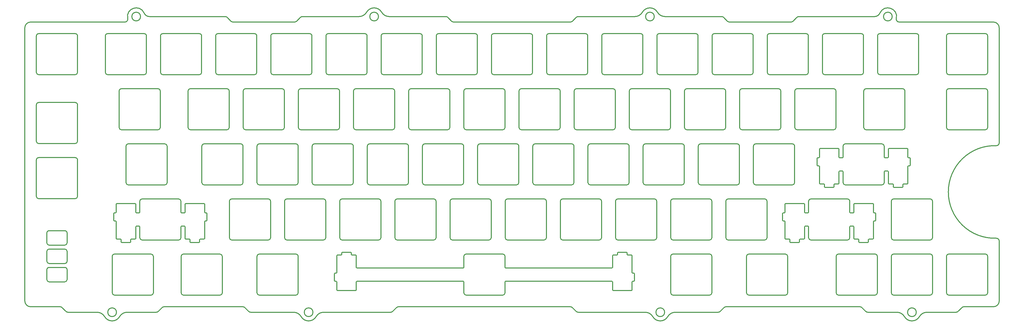
<source format=gbr>
%TF.GenerationSoftware,KiCad,Pcbnew,9.0.2*%
%TF.CreationDate,2025-09-12T12:40:56+09:00*%
%TF.ProjectId,CL70_Plate_6u,434c3730-5f50-46c6-9174-655f36752e6b,rev?*%
%TF.SameCoordinates,Original*%
%TF.FileFunction,Profile,NP*%
%FSLAX46Y46*%
G04 Gerber Fmt 4.6, Leading zero omitted, Abs format (unit mm)*
G04 Created by KiCad (PCBNEW 9.0.2) date 2025-09-12 12:40:56*
%MOMM*%
%LPD*%
G01*
G04 APERTURE LIST*
%TA.AperFunction,Profile*%
%ADD10C,0.300000*%
%TD*%
G04 APERTURE END LIST*
D10*
X230555385Y-94007115D02*
G75*
G02*
X229848286Y-94299961I-707085J707215D01*
G01*
X345400000Y-118159301D02*
X345400000Y-130749992D01*
X163624962Y-155450000D02*
G75*
G02*
X164425048Y-156259302I-62J-800200D01*
G01*
X206487500Y-131550000D02*
X193887462Y-131550000D01*
X246162500Y-174630392D02*
X246162500Y-174049192D01*
X193898145Y-174500000D02*
X206487462Y-174500000D01*
X329860762Y-192700000D02*
G75*
G02*
X330564765Y-192989765I38J-1000000D01*
G01*
X202612500Y-99099992D02*
G75*
G02*
X203423145Y-98299968I800200J-108D01*
G01*
X344599962Y-117350000D02*
G75*
G02*
X345400048Y-118159302I-62J-800200D01*
G01*
X273162462Y-98300000D02*
G75*
G02*
X273962548Y-99109302I-62J-800200D01*
G01*
X316086753Y-137970500D02*
X322430862Y-137970500D01*
X363767885Y-194307115D02*
G75*
G02*
X363060786Y-194599961I-707085J707215D01*
G01*
X278812500Y-111700000D02*
X278812500Y-99099992D01*
X103543500Y-157225197D02*
X103543500Y-160050700D01*
X164512500Y-99099992D02*
G75*
G02*
X165323145Y-98299968I800200J-108D01*
G01*
X341205262Y-150269500D02*
X339881462Y-150269500D01*
X59650000Y-122921801D02*
X59650000Y-135512492D01*
X103399962Y-150600000D02*
G75*
G02*
X102600000Y-149800000I38J800000D01*
G01*
X148988462Y-183899230D02*
X148562362Y-183899230D01*
X72793862Y-163049500D02*
X72368462Y-163049500D01*
X346431000Y-150069492D02*
G75*
G02*
X346231000Y-150269500I-200100J92D01*
G01*
X251188500Y-186929392D02*
G75*
G02*
X250988462Y-187129400I-200000J-8D01*
G01*
X226337500Y-118159301D02*
X226337500Y-130749992D01*
X332599550Y-170519800D02*
X329699162Y-170519800D01*
X207287500Y-130749992D02*
G75*
G02*
X206487500Y-131550000I-800100J92D01*
G01*
X335962500Y-111700000D02*
X335962500Y-99099992D01*
X236760645Y-136400000D02*
X249349962Y-136400000D01*
X111358589Y-92696089D02*
X112674625Y-94012126D01*
X303975150Y-160050692D02*
G75*
G02*
X303775150Y-160250750I-200050J-8D01*
G01*
X377974979Y-170015292D02*
X377975000Y-170015292D01*
X192199962Y-136400000D02*
G75*
G02*
X193000048Y-137209302I-62J-800200D01*
G01*
X111237462Y-117350000D02*
G75*
G02*
X112037548Y-118159302I-62J-800200D01*
G01*
X321675000Y-187900000D02*
X321675000Y-175299992D01*
X85843750Y-187899992D02*
G75*
G02*
X85043750Y-188700050I-800050J-8D01*
G01*
X302537500Y-130749992D02*
G75*
G02*
X301737500Y-131550000I-800100J92D01*
G01*
X312150000Y-160050692D02*
G75*
G02*
X311950000Y-160250700I-200100J92D01*
G01*
X49050000Y-179899992D02*
G75*
G02*
X49860645Y-179099968I800200J-108D01*
G01*
X76989423Y-93075000D02*
G75*
G02*
X82662046Y-91200000I2923077J675000D01*
G01*
X103543500Y-163249492D02*
G75*
G02*
X103738270Y-163049474I200200J-108D01*
G01*
X78018200Y-169519492D02*
G75*
G02*
X78212970Y-169319474I200200J-108D01*
G01*
X89806250Y-150600000D02*
X77206262Y-150600000D01*
X159489423Y-90900000D02*
G75*
G02*
X164685577Y-90900000I2598077J-1500000D01*
G01*
X340725000Y-156249992D02*
G75*
G02*
X341535645Y-155449968I800200J-108D01*
G01*
X251188500Y-175035097D02*
X251188500Y-180903021D01*
X334929862Y-92399991D02*
X334929862Y-92400000D01*
X235862500Y-111699992D02*
G75*
G02*
X235062500Y-112500000I-800100J92D01*
G01*
X192887462Y-183899230D02*
G75*
G02*
X193087470Y-184099292I38J-199970D01*
G01*
X167798286Y-194600000D02*
X144661777Y-194600000D01*
X331200000Y-118149992D02*
G75*
G02*
X332010645Y-117349968I800200J-108D01*
G01*
X246162500Y-174049192D02*
G75*
G02*
X246364461Y-173849210I200000J-8D01*
G01*
X207375000Y-156250092D02*
G75*
G02*
X208185645Y-155449968I800200J-8D01*
G01*
X197850000Y-137200092D02*
G75*
G02*
X198660645Y-136399968I800200J-8D01*
G01*
X96593962Y-164850600D02*
X95565934Y-164850600D01*
X350423076Y-196100000D02*
G75*
G02*
X345226924Y-196100000I-2598076J1500000D01*
G01*
X192200000Y-150600000D02*
X179599962Y-150600000D01*
X231998145Y-117350000D02*
X244587462Y-117350000D01*
X112037500Y-130749992D02*
G75*
G02*
X111237500Y-131550000I-800100J92D01*
G01*
X338456262Y-141200700D02*
X339481500Y-141200700D01*
X136737462Y-131550000D02*
G75*
G02*
X135937500Y-130750000I38J800000D01*
G01*
X343409962Y-94300000D02*
G75*
G02*
X342435638Y-93075014I38J1000000D01*
G01*
X112924962Y-169650000D02*
G75*
G02*
X112125000Y-168850000I38J800000D01*
G01*
X45450000Y-111700000D02*
X45450000Y-99099992D01*
X264525000Y-175299992D02*
G75*
G02*
X265335645Y-174499968I800200J-108D01*
G01*
X239824962Y-155450000D02*
G75*
G02*
X240625048Y-156259302I-62J-800200D01*
G01*
X262533662Y-92400000D02*
X282098262Y-92400000D01*
X289137462Y-131550000D02*
G75*
G02*
X288337500Y-130750000I38J800000D01*
G01*
X226425000Y-156249992D02*
G75*
G02*
X227235645Y-155449968I800200J-108D01*
G01*
X249662462Y-174830400D02*
X250988462Y-174830400D01*
X334524750Y-169119492D02*
G75*
G02*
X334324750Y-169319550I-200050J-8D01*
G01*
X246274962Y-169650000D02*
G75*
G02*
X245475000Y-168850000I38J800000D01*
G01*
X81412500Y-92400000D02*
G75*
G02*
X78412500Y-92400000I-1500000J0D01*
G01*
X78412500Y-92400000D02*
G75*
G02*
X81412500Y-92400000I1500000J0D01*
G01*
X312062500Y-99109301D02*
X312062500Y-111699992D01*
X329299162Y-169319500D02*
G75*
G02*
X329499200Y-169519492I38J-200000D01*
G01*
X258874962Y-155450000D02*
G75*
G02*
X259675048Y-156259302I-62J-800200D01*
G01*
X320905700Y-150469592D02*
X320905700Y-151269792D01*
X211249962Y-136400000D02*
G75*
G02*
X212050048Y-137209302I-62J-800200D01*
G01*
X183475000Y-168849992D02*
G75*
G02*
X182675000Y-169650000I-800100J92D01*
G01*
X163587500Y-92400000D02*
G75*
G02*
X160587500Y-92400000I-1500000J0D01*
G01*
X160587500Y-92400000D02*
G75*
G02*
X163587500Y-92400000I1500000J0D01*
G01*
X235950000Y-137199992D02*
G75*
G02*
X236760645Y-136399968I800200J-108D01*
G01*
X347256500Y-143799492D02*
G75*
G02*
X347056500Y-143999500I-200100J92D01*
G01*
X303775162Y-163049500D02*
G75*
G02*
X303975200Y-163249492I38J-200000D01*
G01*
X249462500Y-174049292D02*
X249462500Y-174630400D01*
X354125000Y-169650000D02*
X341524962Y-169650000D01*
X216812500Y-99109301D02*
X216812500Y-111699992D01*
X212137500Y-118150092D02*
G75*
G02*
X212948145Y-117349968I800200J-8D01*
G01*
X120762362Y-98300000D02*
G75*
G02*
X121562548Y-99109302I38J-800200D01*
G01*
X229848262Y-192700000D02*
X170519592Y-192700000D01*
X154987500Y-130750000D02*
X154987500Y-118149992D01*
X308783732Y-92400000D02*
X334929862Y-92400000D01*
X324056250Y-149799992D02*
X324056250Y-146000592D01*
X43450012Y-94300000D02*
X76015062Y-94300000D01*
X69262500Y-99099992D02*
G75*
G02*
X70073145Y-98299968I800200J-108D01*
G01*
X108173145Y-98300000D02*
X120762362Y-98300000D01*
X203423145Y-98300000D02*
X216012462Y-98300000D01*
X251188500Y-184099192D02*
X251188500Y-186929392D01*
X346231000Y-150269500D02*
X344900571Y-150269500D01*
X327975262Y-169319500D02*
G75*
G02*
X327775300Y-169119492I38J200000D01*
G01*
X303149680Y-160450692D02*
G75*
G02*
X303349680Y-160250680I200020J-8D01*
G01*
X108856262Y-174500000D02*
G75*
G02*
X109656300Y-175299992I38J-800000D01*
G01*
X131175000Y-168850000D02*
X131175000Y-156249992D01*
X151024962Y-169650000D02*
G75*
G02*
X150225000Y-168850000I38J800000D01*
G01*
X151035645Y-155450000D02*
X163624962Y-155450000D01*
X167283662Y-92400000D02*
G75*
G02*
X164685612Y-90899979I38J3000000D01*
G01*
X377975000Y-190699992D02*
G75*
G02*
X375975000Y-192700000I-2000100J92D01*
G01*
X308799450Y-170519800D02*
X305900462Y-170519800D01*
X149188424Y-184099292D02*
X149188500Y-184099292D01*
X327575262Y-164850600D02*
X326544771Y-164850600D01*
X277925000Y-169650000D02*
X265324962Y-169650000D01*
X203412462Y-112500000D02*
G75*
G02*
X202612500Y-111700000I38J800000D01*
G01*
X227235645Y-155450000D02*
X239824962Y-155450000D01*
X196962500Y-112500000D02*
X184362462Y-112500000D01*
X46249962Y-112500000D02*
G75*
G02*
X45450000Y-111700000I38J800000D01*
G01*
X283575000Y-156249992D02*
G75*
G02*
X284385645Y-155449968I800200J-108D01*
G01*
X56050000Y-167221801D02*
X56050000Y-170612492D01*
X339881462Y-150269500D02*
G75*
G02*
X339681500Y-150069500I38J200000D01*
G01*
X311262362Y-98300000D02*
G75*
G02*
X312062548Y-99109302I38J-800200D01*
G01*
X148988462Y-183899230D02*
G75*
G02*
X149188470Y-184099292I38J-199970D01*
G01*
X341405400Y-151269800D02*
X341405400Y-150464987D01*
X288250000Y-137209301D02*
X288250000Y-149799992D01*
X345400000Y-130749992D02*
G75*
G02*
X344600000Y-131550000I-800100J92D01*
G01*
X249262362Y-173849240D02*
G75*
G02*
X249462460Y-174049292I138J-199960D01*
G01*
X317406562Y-150269500D02*
X316081362Y-150269500D01*
X174848145Y-117350000D02*
X187437462Y-117350000D01*
X77211918Y-136400000D02*
X89806262Y-136400000D01*
X96794000Y-169119500D02*
X96794000Y-165046087D01*
X330312462Y-98300000D02*
G75*
G02*
X331112548Y-99109302I-62J-800200D01*
G01*
X76406250Y-149799992D02*
X76406250Y-137199992D01*
X146262462Y-112500000D02*
G75*
G02*
X145462500Y-111700000I38J800000D01*
G01*
X118756448Y-194303324D02*
X117441507Y-192988382D01*
X116887500Y-130750000D02*
X116887500Y-118149992D01*
X274050000Y-149800000D02*
X274050000Y-137199992D01*
X135049962Y-136400000D02*
G75*
G02*
X135850048Y-137209302I-62J-800200D01*
G01*
X78018200Y-170319792D02*
G75*
G02*
X77818200Y-170519800I-200100J92D01*
G01*
X122449962Y-188700000D02*
G75*
G02*
X121650000Y-187900000I38J800000D01*
G01*
X116738862Y-192700000D02*
G75*
G02*
X117441490Y-192988400I-162J-1000500D01*
G01*
X134269462Y-194600000D02*
G75*
G02*
X136867494Y-196100031I-62J-3000000D01*
G01*
X98637462Y-131550000D02*
G75*
G02*
X97837500Y-130750000I38J800000D01*
G01*
X182674962Y-155450000D02*
G75*
G02*
X183475048Y-156259302I-62J-800200D01*
G01*
X315881400Y-150069500D02*
X315881400Y-144194987D01*
X251188500Y-184099192D02*
G75*
G02*
X251388462Y-183899200I200000J-8D01*
G01*
X373975000Y-130749992D02*
G75*
G02*
X373175000Y-131550000I-800100J92D01*
G01*
X58850000Y-136312500D02*
X46249962Y-136312500D01*
X89112462Y-112500000D02*
G75*
G02*
X88312500Y-111700000I38J800000D01*
G01*
X46260645Y-141162500D02*
X58849962Y-141162500D01*
X306755385Y-94007115D02*
X308069684Y-92692815D01*
X335150262Y-160250700D02*
G75*
G02*
X335350300Y-160450692I38J-200000D01*
G01*
X373175000Y-112500000D02*
X360574962Y-112500000D01*
X49050000Y-176956292D02*
X49050000Y-173556392D01*
X74835645Y-117350000D02*
X87424962Y-117350000D01*
X159489423Y-90900000D02*
G75*
G02*
X156891347Y-92399991I-2598123J1500100D01*
G01*
X102512500Y-111699992D02*
G75*
G02*
X101712500Y-112500000I-800100J92D01*
G01*
X305700440Y-170319792D02*
X305700440Y-169517212D01*
X55250000Y-171412500D02*
X49849962Y-171412500D01*
X85043762Y-174500000D02*
G75*
G02*
X85843800Y-175299992I38J-800000D01*
G01*
X131974962Y-169650000D02*
G75*
G02*
X131175000Y-168850000I38J800000D01*
G01*
X341524962Y-169650000D02*
G75*
G02*
X340725000Y-168850000I38J800000D01*
G01*
X45450000Y-141962492D02*
G75*
G02*
X46260645Y-141162468I800200J-108D01*
G01*
X265324962Y-188700000D02*
G75*
G02*
X264525000Y-187900000I38J800000D01*
G01*
X268399962Y-136400000D02*
G75*
G02*
X269200048Y-137209302I-62J-800200D01*
G01*
X338256250Y-149799992D02*
G75*
G02*
X337456250Y-150600050I-800050J-8D01*
G01*
X43449962Y-192700000D02*
G75*
G02*
X41450000Y-190700000I38J2000000D01*
G01*
X158862462Y-98300000D02*
G75*
G02*
X159662548Y-99109302I-62J-800200D01*
G01*
X259762500Y-111700000D02*
X259762500Y-99099992D01*
X254912500Y-99109301D02*
X254912500Y-111699992D01*
X297862500Y-111700000D02*
X297862500Y-99099992D01*
X339481362Y-145800600D02*
G75*
G02*
X339681544Y-145996086I38J-200200D01*
G01*
X287449962Y-136400000D02*
G75*
G02*
X288250048Y-137209302I-62J-800200D01*
G01*
X316912500Y-99099992D02*
G75*
G02*
X317723145Y-98299968I800200J-108D01*
G01*
X154900000Y-137209301D02*
X154900000Y-149799992D01*
X72993900Y-160050692D02*
X72993900Y-157220592D01*
X140700000Y-149800000D02*
X140700000Y-137199992D01*
X193887462Y-188700000D02*
G75*
G02*
X193087500Y-187900000I38J800000D01*
G01*
X145375000Y-168849992D02*
G75*
G02*
X144575000Y-169650000I-800100J92D01*
G01*
X249462414Y-174049292D02*
X249462500Y-174049292D01*
X320905700Y-150469592D02*
G75*
G02*
X321100470Y-150269474I200200J-8D01*
G01*
X335350250Y-160450692D02*
X335350250Y-162849492D01*
X332010645Y-117350000D02*
X344599962Y-117350000D01*
X255810645Y-136400000D02*
X268399962Y-136400000D01*
X283487500Y-118159301D02*
X283487500Y-130749992D01*
X149188500Y-180900492D02*
G75*
G02*
X148988500Y-181100500I-200000J-8D01*
G01*
X85043750Y-188700000D02*
X72443762Y-188700000D01*
X174037500Y-130750000D02*
X174037500Y-118149992D01*
X278725000Y-187899992D02*
G75*
G02*
X277925000Y-188700000I-800100J92D01*
G01*
X287450000Y-150600000D02*
X274849962Y-150600000D01*
X277924962Y-174500000D02*
G75*
G02*
X278725048Y-175309302I-62J-800200D01*
G01*
X339886853Y-137970500D02*
X346230962Y-137970500D01*
X86835786Y-194600000D02*
X76787677Y-194600000D01*
X88225000Y-118159301D02*
X88225000Y-130749992D01*
X264437500Y-118159301D02*
X264437500Y-130749992D01*
X130287500Y-131550000D02*
X117687462Y-131550000D01*
X235062500Y-112500000D02*
X222462462Y-112500000D01*
X376941176Y-169015845D02*
G75*
G02*
X376941176Y-137034155I-541176J15990845D01*
G01*
X184362462Y-112500000D02*
G75*
G02*
X183562500Y-111700000I38J800000D01*
G01*
X79543500Y-169319500D02*
X78212971Y-169319500D01*
X55250000Y-184100000D02*
X49849962Y-184100000D01*
X322631000Y-138175197D02*
X322631000Y-141000700D01*
X334524750Y-157220492D02*
X334524750Y-160050692D01*
X346431000Y-144199592D02*
X346431000Y-150069492D01*
X103743462Y-160250700D02*
X104168862Y-160250700D01*
X96256262Y-188700000D02*
G75*
G02*
X95456300Y-187899992I38J800000D01*
G01*
X58849962Y-122112500D02*
G75*
G02*
X59650048Y-122921802I-62J-800200D01*
G01*
X254112462Y-98300000D02*
G75*
G02*
X254912548Y-99109302I-62J-800200D01*
G01*
X95456250Y-187899992D02*
X95456250Y-175299992D01*
X341012500Y-92400000D02*
G75*
G02*
X338012500Y-92400000I-1500000J0D01*
G01*
X338012500Y-92400000D02*
G75*
G02*
X341012500Y-92400000I1500000J0D01*
G01*
X311949962Y-164850600D02*
G75*
G02*
X312150045Y-165046086I-62J-200200D01*
G01*
X177912362Y-98300000D02*
G75*
G02*
X178712548Y-99109302I38J-800200D01*
G01*
X121650000Y-175299992D02*
G75*
G02*
X122460645Y-174499968I800200J-108D01*
G01*
X208174962Y-169650000D02*
G75*
G02*
X207375000Y-168850000I38J800000D01*
G01*
X84495062Y-92400000D02*
X110648262Y-92400000D01*
X135850000Y-149799992D02*
G75*
G02*
X135050000Y-150600000I-800100J92D01*
G01*
X72993900Y-169119500D02*
X72993900Y-163244987D01*
X373975000Y-111699992D02*
G75*
G02*
X373175000Y-112500000I-800100J92D01*
G01*
X305900462Y-170519800D02*
G75*
G02*
X305700500Y-170319792I38J200000D01*
G01*
X193087500Y-118149992D02*
G75*
G02*
X193898145Y-117349968I800200J-108D01*
G01*
X323856262Y-145800600D02*
G75*
G02*
X324056300Y-146000592I38J-200000D01*
G01*
X103343362Y-157020500D02*
G75*
G02*
X103543549Y-157225198I38J-200200D01*
G01*
X101818300Y-169519492D02*
G75*
G02*
X102013070Y-169319474I200200J-108D01*
G01*
X273962500Y-111699992D02*
G75*
G02*
X273162500Y-112500000I-800100J92D01*
G01*
X46249962Y-155362500D02*
G75*
G02*
X45450000Y-154562500I38J800000D01*
G01*
X121562500Y-99109301D02*
X121562500Y-111699992D01*
X72993900Y-157220592D02*
G75*
G02*
X73199254Y-157020466I200200J-8D01*
G01*
X136748145Y-117350000D02*
X149337462Y-117350000D01*
X373174862Y-98300000D02*
G75*
G02*
X373975048Y-99109302I38J-800200D01*
G01*
X255000000Y-137199992D02*
G75*
G02*
X255810645Y-136399968I800200J-108D01*
G01*
X196962362Y-98300000D02*
G75*
G02*
X197762548Y-99109302I38J-800200D01*
G01*
X127223145Y-98300000D02*
X139812462Y-98300000D01*
X322430862Y-137970500D02*
G75*
G02*
X322631049Y-138175198I38J-200200D01*
G01*
X325549862Y-155450000D02*
G75*
G02*
X326350048Y-156259302I38J-800200D01*
G01*
X298673145Y-98300000D02*
X311262362Y-98300000D01*
X343409962Y-94300000D02*
X375974862Y-94300000D01*
X216900000Y-149800000D02*
X216900000Y-137199992D01*
X284385645Y-155450000D02*
X296974962Y-155450000D01*
X112037500Y-118159301D02*
X112037500Y-130749992D01*
X326350000Y-165050592D02*
G75*
G02*
X326544770Y-164850574I200200J-108D01*
G01*
X324056250Y-137199992D02*
G75*
G02*
X324861918Y-136399970I800050J-8D01*
G01*
X169275000Y-156249992D02*
G75*
G02*
X170085645Y-155449968I800200J-108D01*
G01*
X197762500Y-99109301D02*
X197762500Y-111699992D01*
X303975150Y-169119492D02*
X303975150Y-163249492D01*
X87424962Y-117350000D02*
G75*
G02*
X88225048Y-118159302I-62J-800200D01*
G01*
X217699962Y-150600000D02*
G75*
G02*
X216900000Y-149800000I38J800000D01*
G01*
X160560645Y-136400000D02*
X173149962Y-136400000D01*
X336762462Y-112500000D02*
G75*
G02*
X335962500Y-111700000I38J800000D01*
G01*
X231100000Y-137209301D02*
X231100000Y-149799992D01*
X251388462Y-181100470D02*
X251813462Y-181100470D01*
X122460645Y-136400000D02*
X135049962Y-136400000D01*
X95568762Y-160250700D02*
X96594000Y-160250700D01*
X354925000Y-168849992D02*
G75*
G02*
X354125000Y-169650000I-800100J92D01*
G01*
X274050000Y-137199992D02*
G75*
G02*
X274860645Y-136399968I800200J-108D01*
G01*
X235062362Y-98300000D02*
G75*
G02*
X235862548Y-99109302I38J-800200D01*
G01*
X240712500Y-99099992D02*
G75*
G02*
X241523145Y-98299968I800200J-108D01*
G01*
X74198076Y-196100000D02*
G75*
G02*
X69001924Y-196100000I-2598076J1500000D01*
G01*
X245387500Y-130749992D02*
G75*
G02*
X244587500Y-131550000I-800100J92D01*
G01*
X231187500Y-130750000D02*
X231187500Y-118149992D01*
X246162500Y-174630392D02*
G75*
G02*
X245962500Y-174830400I-200100J92D01*
G01*
X278725000Y-156259301D02*
X278725000Y-168849992D01*
X310924762Y-160250700D02*
G75*
G02*
X310724800Y-160050692I38J200000D01*
G01*
X159662500Y-111699992D02*
G75*
G02*
X158862500Y-112500000I-800100J92D01*
G01*
X59650000Y-141971801D02*
X59650000Y-154562492D01*
X58850000Y-155362500D02*
X46249962Y-155362500D01*
X312960645Y-155450000D02*
X325549862Y-155450000D01*
X135850000Y-187899992D02*
G75*
G02*
X135050000Y-188700000I-800100J92D01*
G01*
X56050000Y-176956392D02*
G75*
G02*
X55238892Y-177756223I-800000J92D01*
G01*
X81974418Y-155450000D02*
X94568762Y-155450000D01*
X56050000Y-173556292D02*
X56050000Y-176956392D01*
X46260645Y-122112500D02*
X58849962Y-122112500D01*
X88225000Y-130749992D02*
G75*
G02*
X87425000Y-131550000I-800100J92D01*
G01*
X269200000Y-137209301D02*
X269200000Y-149799992D01*
X193887462Y-131550000D02*
G75*
G02*
X193087500Y-130750000I38J800000D01*
G01*
X149337462Y-117350000D02*
G75*
G02*
X150137548Y-118159302I-62J-800200D01*
G01*
X72368430Y-160250700D02*
X72793900Y-160250700D01*
X274849962Y-150600000D02*
G75*
G02*
X274050000Y-149800000I38J800000D01*
G01*
X73193862Y-169319500D02*
G75*
G02*
X72993900Y-169119500I38J200000D01*
G01*
X154212414Y-174049292D02*
X154212500Y-174049292D01*
X220775000Y-169650000D02*
X208174962Y-169650000D01*
X95368750Y-165050592D02*
X95368750Y-168849992D01*
X373975000Y-175309301D02*
X373975000Y-187899992D01*
X311949962Y-164850600D02*
X310921934Y-164850600D01*
X72168430Y-162849492D02*
X72168430Y-160450692D01*
X360574962Y-131550000D02*
G75*
G02*
X359775000Y-130750000I38J800000D01*
G01*
X373174962Y-174500000D02*
G75*
G02*
X373975048Y-175309302I-62J-800200D01*
G01*
X58850000Y-112500000D02*
X46249962Y-112500000D01*
X84495062Y-92400000D02*
G75*
G02*
X82662066Y-91199991I38J2000000D01*
G01*
X188237500Y-118159301D02*
X188237500Y-130749992D01*
X125525000Y-169650000D02*
X112924962Y-169650000D01*
X315055930Y-143799492D02*
X315055930Y-141400692D01*
X141510645Y-136400000D02*
X154099862Y-136400000D01*
X226425000Y-168850000D02*
X226425000Y-156249992D01*
X338256250Y-146000592D02*
G75*
G02*
X338453434Y-145800571I200050J-8D01*
G01*
X317723145Y-98300000D02*
X330312462Y-98300000D01*
X360585645Y-174500000D02*
X373174962Y-174500000D01*
X327775250Y-157220492D02*
G75*
G02*
X327978090Y-157020469I200050J-8D01*
G01*
X207287500Y-175309301D02*
X207287500Y-179100941D01*
X278725000Y-175309301D02*
X278725000Y-187899992D01*
X308069684Y-92692815D02*
G75*
G02*
X308783732Y-92400017I706916J-706885D01*
G01*
X74519062Y-169319500D02*
X73193862Y-169319500D01*
X193000000Y-137209301D02*
X193000000Y-149799992D01*
X297775000Y-168849992D02*
G75*
G02*
X296975000Y-169650000I-800100J92D01*
G01*
X303775162Y-163049500D02*
X303349662Y-163049500D01*
X72443762Y-188700000D02*
G75*
G02*
X71643800Y-187899992I38J800000D01*
G01*
X244438500Y-179099392D02*
X244438500Y-175030392D01*
X244438500Y-175030392D02*
G75*
G02*
X244643854Y-174830366I200200J-108D01*
G01*
X207287500Y-187899992D02*
G75*
G02*
X206487500Y-188700000I-800100J92D01*
G01*
X322431000Y-150269500D02*
X321100471Y-150269500D01*
X164425000Y-156259301D02*
X164425000Y-168849992D01*
X293100000Y-137199992D02*
G75*
G02*
X293910645Y-136399968I800200J-108D01*
G01*
X315055930Y-141400692D02*
G75*
G02*
X315255930Y-141200630I200070J-8D01*
G01*
X79743500Y-165050592D02*
X79743500Y-169119492D01*
X212937462Y-131550000D02*
G75*
G02*
X212137500Y-130750000I38J800000D01*
G01*
X174037500Y-118149992D02*
G75*
G02*
X174848145Y-117349968I800200J-108D01*
G01*
X282928972Y-192992902D02*
X281614773Y-194307102D01*
X350162500Y-99109301D02*
X350162500Y-111699992D01*
X173950000Y-137209301D02*
X173950000Y-149799992D01*
X80968762Y-164850600D02*
G75*
G02*
X81168800Y-165050592I38J-200000D01*
G01*
X282928972Y-192992902D02*
G75*
G02*
X283629091Y-192700016I707128J-707098D01*
G01*
X244238462Y-183899230D02*
G75*
G02*
X244438470Y-184099292I38J-199970D01*
G01*
X97837500Y-118149992D02*
G75*
G02*
X98648145Y-117349968I800200J-108D01*
G01*
X135850000Y-175309301D02*
X135850000Y-187899992D01*
X102512500Y-99109301D02*
X102512500Y-111699992D01*
X263637500Y-131550000D02*
X251037462Y-131550000D01*
X95568762Y-160250700D02*
G75*
G02*
X95368800Y-160050692I38J200000D01*
G01*
X188237500Y-130749992D02*
G75*
G02*
X187437500Y-131550000I-800100J92D01*
G01*
X96993962Y-169319500D02*
G75*
G02*
X96794000Y-169119500I38J200000D01*
G01*
X344705800Y-150469592D02*
X344705800Y-151269792D01*
X150137500Y-130749992D02*
G75*
G02*
X149337500Y-131550000I-800100J92D01*
G01*
X260573145Y-98300000D02*
X273162462Y-98300000D01*
X192887462Y-183899230D02*
X156138462Y-183899230D01*
X85843750Y-175299992D02*
X85843750Y-187899992D01*
X96261918Y-174500000D02*
X108856262Y-174500000D01*
X201724962Y-155450000D02*
G75*
G02*
X202525048Y-156259302I-62J-800200D01*
G01*
X304918750Y-187899992D02*
G75*
G02*
X304118750Y-188700050I-800050J-8D01*
G01*
X177912500Y-112500000D02*
X165312462Y-112500000D01*
X104169000Y-163049500D02*
X103738271Y-163049500D01*
X327775250Y-160050692D02*
X327775250Y-157220492D01*
X58849962Y-141162500D02*
G75*
G02*
X59650048Y-141971802I-62J-800200D01*
G01*
X263637462Y-117350000D02*
G75*
G02*
X264437548Y-118159302I-62J-800200D01*
G01*
X244438500Y-186923980D02*
X244438500Y-184099292D01*
X76015062Y-94299992D02*
X76015062Y-94300000D01*
X154987500Y-118149992D02*
G75*
G02*
X155798145Y-117349968I800200J-108D01*
G01*
X154100000Y-150600000D02*
X141499962Y-150600000D01*
X277925000Y-188700000D02*
X265324962Y-188700000D01*
X293899962Y-150600000D02*
G75*
G02*
X293100000Y-149800000I38J800000D01*
G01*
X101712500Y-112500000D02*
X89112462Y-112500000D01*
X207287500Y-184099192D02*
X207287500Y-187899992D01*
X126412500Y-111700000D02*
X126412500Y-99099992D01*
X89806262Y-136400000D02*
G75*
G02*
X90606300Y-137199992I38J-800000D01*
G01*
X241523145Y-98300000D02*
X254112462Y-98300000D01*
X221575000Y-156259301D02*
X221575000Y-168849992D01*
X347056462Y-141200700D02*
G75*
G02*
X347256549Y-141405398I-62J-200200D01*
G01*
X373975000Y-187899992D02*
G75*
G02*
X373175000Y-188700000I-800100J92D01*
G01*
X326350000Y-156259301D02*
X326350000Y-160050700D01*
X344505800Y-151469800D02*
X341605362Y-151469800D01*
X322631000Y-146000692D02*
X322631000Y-150069492D01*
X315255930Y-141200700D02*
X315681400Y-141200700D01*
X303975150Y-157220492D02*
G75*
G02*
X304177990Y-157020469I200050J-8D01*
G01*
X231187500Y-118149992D02*
G75*
G02*
X231998145Y-117349968I800200J-108D01*
G01*
X46249962Y-136312500D02*
G75*
G02*
X45450000Y-135512500I38J800000D01*
G01*
X251388462Y-181100470D02*
G75*
G02*
X251188546Y-180903020I38J199970D01*
G01*
X154412462Y-174830400D02*
G75*
G02*
X154212500Y-174630400I38J200000D01*
G01*
X155938500Y-175035097D02*
X155938500Y-179100941D01*
X312150000Y-168850000D02*
X312150000Y-165046087D01*
X315681262Y-143999500D02*
G75*
G02*
X315881444Y-144194986I38J-200200D01*
G01*
X221662500Y-99099992D02*
G75*
G02*
X222473145Y-98299968I800200J-108D01*
G01*
X349325000Y-194600000D02*
G75*
G02*
X346325000Y-194600000I-1500000J0D01*
G01*
X346325000Y-194600000D02*
G75*
G02*
X349325000Y-194600000I1500000J0D01*
G01*
X301737500Y-131550000D02*
X289137462Y-131550000D01*
X281614773Y-194307102D02*
G75*
G02*
X280907662Y-194599973I-707073J707102D01*
G01*
X72168430Y-160450692D02*
G75*
G02*
X72368430Y-160250630I200070J-8D01*
G01*
X81168750Y-156249992D02*
G75*
G02*
X81974418Y-155449970I800050J-8D01*
G01*
X323856262Y-145800600D02*
X322825771Y-145800600D01*
X111237500Y-131550000D02*
X98637462Y-131550000D01*
X259675000Y-156259301D02*
X259675000Y-168849992D01*
X249350000Y-150600000D02*
X236749962Y-150600000D01*
X344705800Y-151269792D02*
G75*
G02*
X344505800Y-151469800I-200100J92D01*
G01*
X341524962Y-188700000D02*
G75*
G02*
X340725000Y-187900000I38J800000D01*
G01*
X322830962Y-141200700D02*
G75*
G02*
X322631000Y-141000700I38J200000D01*
G01*
X69262500Y-111700000D02*
X69262500Y-99099992D01*
X174837462Y-131550000D02*
G75*
G02*
X174037500Y-130750000I38J800000D01*
G01*
X329499150Y-170319792D02*
X329499150Y-169519492D01*
X95368750Y-168849992D02*
G75*
G02*
X94568750Y-169650050I-800050J-8D01*
G01*
X269287500Y-118150092D02*
G75*
G02*
X270098145Y-117349968I800200J-8D01*
G01*
X329299162Y-169319500D02*
X327975262Y-169319500D01*
X283487500Y-130749992D02*
G75*
G02*
X282687500Y-131550000I-800100J92D01*
G01*
X229848262Y-192700000D02*
G75*
G02*
X230552265Y-192989765I38J-1000000D01*
G01*
X354124962Y-155450000D02*
G75*
G02*
X354925048Y-156259302I-62J-800200D01*
G01*
X303349662Y-163049500D02*
G75*
G02*
X303149725Y-162846331I38J200000D01*
G01*
X327775250Y-169119492D02*
X327775250Y-165050592D01*
X339681500Y-138170492D02*
G75*
G02*
X339886854Y-137970466I200200J-108D01*
G01*
X117687462Y-131550000D02*
G75*
G02*
X116887500Y-130750000I38J800000D01*
G01*
X329860762Y-192700000D02*
X283629091Y-192700000D01*
X244438424Y-184099292D02*
X244438500Y-184099292D01*
X244587500Y-131550000D02*
X231987462Y-131550000D01*
X288337500Y-118149992D02*
G75*
G02*
X289148145Y-117349968I800200J-108D01*
G01*
X81168750Y-160050692D02*
G75*
G02*
X80968750Y-160250750I-200050J-8D01*
G01*
X317606690Y-151269800D02*
X317606690Y-150464572D01*
X346630962Y-141200700D02*
G75*
G02*
X346431000Y-141000700I38J200000D01*
G01*
X245387500Y-118159301D02*
X245387500Y-130749992D01*
X303349680Y-160250700D02*
X303775150Y-160250700D01*
X59650000Y-135512492D02*
G75*
G02*
X58850000Y-136312500I-800100J92D01*
G01*
X338256250Y-137199992D02*
X338256250Y-141000692D01*
X255713262Y-194600000D02*
G75*
G02*
X258311282Y-196100009I-62J-3000000D01*
G01*
X322485645Y-174500000D02*
X335074962Y-174500000D01*
X107362500Y-111700000D02*
X107362500Y-99099992D01*
X148362500Y-183693780D02*
X148362500Y-181300492D01*
X151114461Y-173849240D02*
X154012362Y-173849240D01*
X49849962Y-171412500D02*
G75*
G02*
X49050000Y-170612500I38J800000D01*
G01*
X79543362Y-157020500D02*
G75*
G02*
X79743549Y-157225198I38J-200200D01*
G01*
X335075000Y-188700000D02*
X322474962Y-188700000D01*
X316081362Y-150269500D02*
G75*
G02*
X315881400Y-150069500I38J200000D01*
G01*
X126412500Y-99099992D02*
G75*
G02*
X127223145Y-98299968I800200J-108D01*
G01*
X155798145Y-117350000D02*
X168387462Y-117350000D01*
X282808589Y-92696089D02*
X284124625Y-94012126D01*
X308999450Y-169519492D02*
X308999450Y-170319792D01*
X241512462Y-112500000D02*
G75*
G02*
X240712500Y-111700000I38J800000D01*
G01*
X324856262Y-150600000D02*
G75*
G02*
X324056300Y-149799992I38J800000D01*
G01*
X142063701Y-196100000D02*
G75*
G02*
X144661777Y-194599980I2598099J-1500000D01*
G01*
X207375000Y-168850000D02*
X207375000Y-156250092D01*
X108162462Y-112500000D02*
G75*
G02*
X107362500Y-111700000I38J800000D01*
G01*
X290718750Y-187899992D02*
X290718750Y-175299992D01*
X55238892Y-177756250D02*
X49849962Y-177756250D01*
X76989423Y-93075000D02*
G75*
G02*
X76015062Y-94299965I-974323J-225000D01*
G01*
X169819684Y-192992815D02*
G75*
G02*
X170519592Y-192700016I706916J-706885D01*
G01*
X308198145Y-117350000D02*
X320787462Y-117350000D01*
X77206262Y-150600000D02*
G75*
G02*
X76406300Y-149799992I38J800000D01*
G01*
X82662462Y-98300000D02*
G75*
G02*
X83462548Y-99109302I-62J-800200D01*
G01*
X140612500Y-99109301D02*
X140612500Y-111699992D01*
X149188500Y-175030392D02*
G75*
G02*
X149393854Y-174830366I200200J-108D01*
G01*
X373174962Y-117350000D02*
G75*
G02*
X373975048Y-118159302I-62J-800200D01*
G01*
X95368750Y-165050592D02*
G75*
G02*
X95565934Y-164850571I200050J-8D01*
G01*
X98717862Y-170519800D02*
G75*
G02*
X98517900Y-170319800I38J200000D01*
G01*
X359775000Y-99099992D02*
G75*
G02*
X360585645Y-98299968I800200J-108D01*
G01*
X312062500Y-111699992D02*
G75*
G02*
X311262500Y-112500000I-800100J92D01*
G01*
X55249962Y-179100000D02*
G75*
G02*
X56050048Y-179909302I-62J-800200D01*
G01*
X146273145Y-98300000D02*
X158862462Y-98300000D01*
X321675000Y-175299992D02*
G75*
G02*
X322485645Y-174499968I800200J-108D01*
G01*
X265324962Y-169650000D02*
G75*
G02*
X264525000Y-168850000I38J800000D01*
G01*
X354124962Y-174500000D02*
G75*
G02*
X354925048Y-175309302I-62J-800200D01*
G01*
X103743462Y-160250700D02*
G75*
G02*
X103543500Y-160050700I38J200000D01*
G01*
X354925000Y-156259301D02*
X354925000Y-168849992D01*
X90606250Y-149799992D02*
G75*
G02*
X89806250Y-150600050I-800050J-8D01*
G01*
X346431000Y-144199592D02*
G75*
G02*
X346625770Y-143999474I200200J-8D01*
G01*
X45450000Y-135512500D02*
X45450000Y-122912492D01*
X140612500Y-111699992D02*
G75*
G02*
X139812500Y-112500000I-800100J92D01*
G01*
X55651927Y-194301928D02*
X54339765Y-192989765D01*
X320705700Y-151469800D02*
X317806662Y-151469800D01*
X103343500Y-169319500D02*
X102013071Y-169319500D01*
X332799550Y-169519492D02*
G75*
G02*
X332996734Y-169319471I200050J-8D01*
G01*
X170074962Y-169650000D02*
G75*
G02*
X169275000Y-168850000I38J800000D01*
G01*
X222462462Y-112500000D02*
G75*
G02*
X221662500Y-111700000I38J800000D01*
G01*
X212050000Y-137209301D02*
X212050000Y-149799992D01*
X45450000Y-122912492D02*
G75*
G02*
X46260645Y-122112468I800200J-108D01*
G01*
X269200000Y-149799992D02*
G75*
G02*
X268400000Y-150600000I-800100J92D01*
G01*
X149393853Y-174830400D02*
X150712500Y-174830400D01*
X135850000Y-137209301D02*
X135850000Y-149799992D01*
X207287500Y-184099192D02*
G75*
G02*
X207487462Y-183899200I200000J-8D01*
G01*
X49860645Y-166412500D02*
X55249962Y-166412500D01*
X135937500Y-118149992D02*
G75*
G02*
X136748145Y-117349968I800200J-108D01*
G01*
X135305385Y-94007115D02*
G75*
G02*
X134598286Y-94299961I-707085J707215D01*
G01*
X246285645Y-155450000D02*
X258874962Y-155450000D01*
X79743500Y-157225197D02*
X79743500Y-160050700D01*
X289148145Y-117350000D02*
X301737462Y-117350000D01*
X296975000Y-169650000D02*
X284374962Y-169650000D01*
X82662500Y-112500000D02*
X70062462Y-112500000D01*
X240625000Y-168849992D02*
G75*
G02*
X239825000Y-169650000I-800100J92D01*
G01*
X360585645Y-117350000D02*
X373174962Y-117350000D01*
X291524418Y-174500000D02*
X304118762Y-174500000D01*
X193000000Y-149799992D02*
G75*
G02*
X192200000Y-150600000I-800100J92D01*
G01*
X49050000Y-173556392D02*
G75*
G02*
X49850062Y-172756300I800000J92D01*
G01*
X359775000Y-175299992D02*
G75*
G02*
X360585645Y-174499968I800200J-108D01*
G01*
X226337500Y-130749992D02*
G75*
G02*
X225537500Y-131550000I-800100J92D01*
G01*
X324861918Y-136400000D02*
X337456262Y-136400000D01*
X264437500Y-130749992D02*
G75*
G02*
X263637500Y-131550000I-800100J92D01*
G01*
X251813462Y-181100470D02*
G75*
G02*
X252013530Y-181300492I38J-200030D01*
G01*
X341605362Y-151469800D02*
G75*
G02*
X341405400Y-151269800I38J200000D01*
G01*
X167283662Y-92400000D02*
X186848262Y-92400000D01*
X340725000Y-168850000D02*
X340725000Y-156249992D01*
X208185645Y-155450000D02*
X220774962Y-155450000D01*
X187437462Y-117350000D02*
G75*
G02*
X188237548Y-118159302I-62J-800200D01*
G01*
X71643750Y-175299992D02*
G75*
G02*
X72449418Y-174499970I800050J-8D01*
G01*
X250988462Y-187129430D02*
X244638362Y-187129430D01*
X288250000Y-149799992D02*
G75*
G02*
X287450000Y-150600000I-800100J92D01*
G01*
X94568750Y-169650000D02*
X81968762Y-169650000D01*
X96593962Y-164850600D02*
G75*
G02*
X96794045Y-165046086I-62J-200200D01*
G01*
X232576862Y-194600000D02*
G75*
G02*
X231864435Y-194301920I38J1000500D01*
G01*
X315881400Y-141000692D02*
G75*
G02*
X315681400Y-141200700I-200100J92D01*
G01*
X365082184Y-192992815D02*
G75*
G02*
X365782092Y-192700016I706916J-706885D01*
G01*
X66403862Y-194600000D02*
X56364362Y-194600000D01*
X155738462Y-187129430D02*
X149388362Y-187129430D01*
X131175000Y-156249992D02*
G75*
G02*
X131985645Y-155449968I800200J-108D01*
G01*
X336762954Y-91200000D02*
G75*
G02*
X342435577Y-93075000I2749546J-1200000D01*
G01*
X74719190Y-170319800D02*
X74719190Y-169514572D01*
X149188500Y-186923980D02*
X149188500Y-184099292D01*
X88312500Y-99099992D02*
G75*
G02*
X89123145Y-98299968I800200J-108D01*
G01*
X41450000Y-96300012D02*
G75*
G02*
X43450012Y-94300000I2000000J12D01*
G01*
X347256500Y-141405397D02*
X347256500Y-143799492D01*
X179610645Y-136400000D02*
X192199962Y-136400000D01*
X307387500Y-118149992D02*
G75*
G02*
X308198145Y-117349968I800200J-108D01*
G01*
X310724750Y-169119492D02*
G75*
G02*
X310524750Y-169319550I-200050J-8D01*
G01*
X155938500Y-184099192D02*
G75*
G02*
X156138462Y-183899200I200000J-8D01*
G01*
X216900000Y-137199992D02*
G75*
G02*
X217710645Y-136399968I800200J-108D01*
G01*
X193087500Y-179099392D02*
G75*
G02*
X192887500Y-179299400I-200000J-8D01*
G01*
X334524750Y-163249492D02*
G75*
G02*
X334721934Y-163049471I200050J-8D01*
G01*
X169275000Y-168850000D02*
X169275000Y-156249992D01*
X283575000Y-168850000D02*
X283575000Y-156249992D01*
X198649962Y-150600000D02*
G75*
G02*
X197850000Y-149800000I38J800000D01*
G01*
X346630962Y-141200700D02*
X347056462Y-141200700D01*
X98317862Y-169319500D02*
G75*
G02*
X98517945Y-169514986I-62J-200200D01*
G01*
X122460645Y-174500000D02*
X135049962Y-174500000D01*
X56050000Y-183299992D02*
G75*
G02*
X55250000Y-184100000I-800100J92D01*
G01*
X95368750Y-156249992D02*
X95368750Y-160050692D01*
X155938500Y-186929392D02*
G75*
G02*
X155738462Y-187129400I-200000J-8D01*
G01*
X155738462Y-174830400D02*
G75*
G02*
X155938549Y-175035098I-62J-200200D01*
G01*
X279623145Y-98300000D02*
X292212362Y-98300000D01*
X312949962Y-169650000D02*
G75*
G02*
X312150000Y-168850000I38J800000D01*
G01*
X193087424Y-184099292D02*
X193087500Y-184099292D01*
X350162500Y-111699992D02*
G75*
G02*
X349362500Y-112500000I-800100J92D01*
G01*
X245475000Y-156249992D02*
G75*
G02*
X246285645Y-155449968I800200J-108D01*
G01*
X316912500Y-111700000D02*
X316912500Y-99099992D01*
X154900000Y-149799992D02*
G75*
G02*
X154100000Y-150600000I-800100J92D01*
G01*
X332799550Y-169519492D02*
X332799550Y-170319792D01*
X104369000Y-160455397D02*
X104369000Y-162849492D01*
X216812500Y-111699992D02*
G75*
G02*
X216012500Y-112500000I-800100J92D01*
G01*
X206487462Y-174500000D02*
G75*
G02*
X207287548Y-175309302I-62J-800200D01*
G01*
X324056250Y-141000692D02*
G75*
G02*
X323856250Y-141200750I-200050J-8D01*
G01*
X59650000Y-99109301D02*
X59650000Y-111699992D01*
X337456250Y-150600000D02*
X324856262Y-150600000D01*
X188325000Y-168850000D02*
X188325000Y-156249992D01*
X246364461Y-173849240D02*
X249262362Y-173849240D01*
X265335645Y-155450000D02*
X277924962Y-155450000D01*
X310724750Y-157220492D02*
X310724750Y-160050692D01*
X46260645Y-98300000D02*
X58849862Y-98300000D01*
X230555385Y-94007115D02*
X231869684Y-92692815D01*
X322631000Y-146000692D02*
G75*
G02*
X322825770Y-145800574I200200J-8D01*
G01*
X250237500Y-130750000D02*
X250237500Y-118149992D01*
X284374962Y-169650000D02*
G75*
G02*
X283575000Y-168850000I38J800000D01*
G01*
X120762500Y-112500000D02*
X108162462Y-112500000D01*
X187437500Y-131550000D02*
X174837462Y-131550000D01*
X150225000Y-156249992D02*
G75*
G02*
X151035645Y-155449968I800200J-108D01*
G01*
X70073145Y-98300000D02*
X82662462Y-98300000D01*
X315255962Y-143999500D02*
G75*
G02*
X315056000Y-143799492I38J200000D01*
G01*
X303149680Y-162846330D02*
X303149680Y-160450692D01*
X258875000Y-169650000D02*
X246274962Y-169650000D01*
X58849862Y-98300000D02*
G75*
G02*
X59650048Y-99109302I38J-800200D01*
G01*
X148362500Y-181300492D02*
G75*
G02*
X148566563Y-181100437I200200J-108D01*
G01*
X131087500Y-118159301D02*
X131087500Y-130749992D01*
X263507451Y-196100000D02*
G75*
G02*
X266105462Y-194599974I2598049J-1499900D01*
G01*
X97837500Y-130750000D02*
X97837500Y-118149992D01*
X341535645Y-174500000D02*
X354124962Y-174500000D01*
X217710645Y-136400000D02*
X230299962Y-136400000D01*
X342628862Y-194600000D02*
G75*
G02*
X345226963Y-196099977I38J-3000000D01*
G01*
X336762954Y-91200000D02*
G75*
G02*
X334929862Y-92399962I-1833054J800100D01*
G01*
X134269462Y-194600000D02*
X119467362Y-194600000D01*
X109656250Y-175299992D02*
X109656250Y-187899992D01*
X73199253Y-157020500D02*
X79543362Y-157020500D01*
X88312500Y-111700000D02*
X88312500Y-99099992D01*
X189124962Y-169650000D02*
G75*
G02*
X188325000Y-168850000I38J800000D01*
G01*
X327575262Y-164850600D02*
G75*
G02*
X327775300Y-165050592I38J-200000D01*
G01*
X310524762Y-157020500D02*
G75*
G02*
X310724800Y-157220492I38J-200000D01*
G01*
X240625000Y-156259301D02*
X240625000Y-168849992D01*
X302537500Y-118159301D02*
X302537500Y-130749992D01*
X107362500Y-99099992D02*
G75*
G02*
X108173145Y-98299968I800200J-108D01*
G01*
X279612462Y-112500000D02*
G75*
G02*
X278812500Y-111700000I38J800000D01*
G01*
X260562462Y-112500000D02*
G75*
G02*
X259762500Y-111700000I38J800000D01*
G01*
X98317862Y-169319500D02*
X96993962Y-169319500D01*
X193087500Y-187900000D02*
X193087500Y-184099292D01*
X78018200Y-169519492D02*
X78018200Y-170319792D01*
X55249962Y-172756250D02*
G75*
G02*
X56050050Y-173556292I38J-800050D01*
G01*
X87542885Y-194307115D02*
G75*
G02*
X86835786Y-194599961I-707085J707215D01*
G01*
X297862500Y-99099992D02*
G75*
G02*
X298673145Y-98299968I800200J-108D01*
G01*
X150912500Y-174630392D02*
X150912500Y-174049192D01*
X207487462Y-179299360D02*
X244238500Y-179299360D01*
X252013484Y-181300492D02*
X252013500Y-181300492D01*
X360574962Y-188700000D02*
G75*
G02*
X359775000Y-187900000I38J800000D01*
G01*
X255713262Y-194600000D02*
X232576862Y-194600000D01*
X112935645Y-155450000D02*
X125524962Y-155450000D01*
X231987462Y-131550000D02*
G75*
G02*
X231187500Y-130750000I38J800000D01*
G01*
X156138462Y-179299360D02*
X192887500Y-179299360D01*
X320787500Y-131550000D02*
X308187462Y-131550000D01*
X117698145Y-117350000D02*
X130287462Y-117350000D01*
X95456250Y-175299992D02*
G75*
G02*
X96261918Y-174499970I800050J-8D01*
G01*
X254912500Y-111699992D02*
G75*
G02*
X254112500Y-112500000I-800100J92D01*
G01*
X188325000Y-156249992D02*
G75*
G02*
X189135645Y-155449968I800200J-108D01*
G01*
X96794000Y-160050692D02*
G75*
G02*
X96594000Y-160250700I-200100J92D01*
G01*
X301737462Y-117350000D02*
G75*
G02*
X302537548Y-118159302I-62J-800200D01*
G01*
X206487500Y-188700000D02*
X193887462Y-188700000D01*
X373175000Y-131550000D02*
X360574962Y-131550000D01*
X339681500Y-150069500D02*
X339681500Y-145996087D01*
X254739423Y-90900000D02*
G75*
G02*
X252141347Y-92399991I-2598123J1500100D01*
G01*
X49849962Y-177756250D02*
G75*
G02*
X49050050Y-176956292I38J799950D01*
G01*
X232583732Y-92400000D02*
X252141347Y-92400000D01*
X306500000Y-150600000D02*
X293899962Y-150600000D01*
X231869684Y-92692815D02*
G75*
G02*
X232583732Y-92400017I706916J-706885D01*
G01*
X339681500Y-141000692D02*
X339681500Y-138170492D01*
X322830962Y-141200700D02*
X323856250Y-141200700D01*
X145462500Y-99099992D02*
G75*
G02*
X146273145Y-98299968I800200J-108D01*
G01*
X145375000Y-156259301D02*
X145375000Y-168849992D01*
X259675000Y-168849992D02*
G75*
G02*
X258875000Y-169650000I-800100J92D01*
G01*
X189576762Y-94300000D02*
X229848286Y-94300000D01*
X193898145Y-117350000D02*
X206487462Y-117350000D01*
X259762500Y-99099992D02*
G75*
G02*
X260573145Y-98299968I800200J-108D01*
G01*
X154099862Y-136400000D02*
G75*
G02*
X154900048Y-137209302I38J-800200D01*
G01*
X193087500Y-175299992D02*
G75*
G02*
X193898145Y-174499968I800200J-108D01*
G01*
X155938500Y-184099192D02*
X155938500Y-186929392D01*
X365082184Y-192992815D02*
X363767885Y-194307115D01*
X278812500Y-99099992D02*
G75*
G02*
X279623145Y-98299968I800200J-108D01*
G01*
X354125000Y-188700000D02*
X341524962Y-188700000D01*
X325550000Y-169650000D02*
X312949962Y-169650000D01*
X293012500Y-111699992D02*
G75*
G02*
X292212500Y-112500000I-800100J92D01*
G01*
X322631000Y-150069492D02*
G75*
G02*
X322431000Y-150269500I-200100J92D01*
G01*
X322474962Y-188700000D02*
G75*
G02*
X321675000Y-187900000I38J800000D01*
G01*
X66403862Y-194600000D02*
G75*
G02*
X69001963Y-196099977I38J-3000000D01*
G01*
X334724762Y-160250700D02*
X335150262Y-160250700D01*
X77818200Y-170519800D02*
X74919162Y-170519800D01*
X150912500Y-174630392D02*
G75*
G02*
X150712500Y-174830400I-200100J92D01*
G01*
X334324750Y-169319500D02*
X332996734Y-169319500D01*
X79743500Y-165050592D02*
G75*
G02*
X79938270Y-164850574I200200J-108D01*
G01*
X338456262Y-141200700D02*
G75*
G02*
X338256300Y-141000692I38J200000D01*
G01*
X56050000Y-170612492D02*
G75*
G02*
X55250000Y-171412500I-800100J92D01*
G01*
X173150000Y-150600000D02*
X160549962Y-150600000D01*
X53635762Y-192700000D02*
X43449962Y-192700000D01*
X262533662Y-92400000D02*
G75*
G02*
X259935612Y-90899979I38J3000000D01*
G01*
X112125000Y-168850000D02*
X112125000Y-156249992D01*
X332589362Y-194600000D02*
G75*
G02*
X331876935Y-194301920I38J1000500D01*
G01*
X116800000Y-137209301D02*
X116800000Y-149799992D01*
X140700000Y-137199992D02*
G75*
G02*
X141510645Y-136399968I800200J-108D01*
G01*
X239825000Y-169650000D02*
X227224962Y-169650000D01*
X317712462Y-112500000D02*
G75*
G02*
X316912500Y-111700000I38J800000D01*
G01*
X304118750Y-188700000D02*
X291518762Y-188700000D01*
X189135645Y-155450000D02*
X201724962Y-155450000D01*
X331876927Y-194301928D02*
X330564765Y-192989765D01*
X168505385Y-194307115D02*
G75*
G02*
X167798286Y-194599961I-707085J707215D01*
G01*
X113376762Y-94300000D02*
G75*
G02*
X112674634Y-94012117I138J1000500D01*
G01*
X334324762Y-157020500D02*
G75*
G02*
X334524800Y-157220492I38J-200000D01*
G01*
X341205262Y-150269500D02*
G75*
G02*
X341405444Y-150464986I38J-200200D01*
G01*
X154412462Y-174830400D02*
X155738462Y-174830400D01*
X320905700Y-151269792D02*
G75*
G02*
X320705700Y-151469800I-200100J92D01*
G01*
X49050000Y-183300000D02*
X49050000Y-179899992D01*
X334724762Y-160250700D02*
G75*
G02*
X334524800Y-160050692I38J200000D01*
G01*
X251037462Y-131550000D02*
G75*
G02*
X250237500Y-130750000I38J800000D01*
G01*
X307387500Y-130750000D02*
X307387500Y-118149992D01*
X184373145Y-98300000D02*
X196962362Y-98300000D01*
X182675000Y-169650000D02*
X170074962Y-169650000D01*
X164425000Y-168849992D02*
G75*
G02*
X163625000Y-169650000I-800100J92D01*
G01*
X212948145Y-117350000D02*
X225537462Y-117350000D01*
X363060786Y-194600000D02*
X353012677Y-194600000D01*
X81968762Y-169650000D02*
G75*
G02*
X81168800Y-168849992I38J800000D01*
G01*
X282098262Y-92400000D02*
G75*
G02*
X282808589Y-92696089I38J-1000000D01*
G01*
X159662500Y-99109301D02*
X159662500Y-111699992D01*
X376941176Y-169015845D02*
G75*
G02*
X377975027Y-170015292I33824J-999455D01*
G01*
X329699162Y-170519800D02*
G75*
G02*
X329499200Y-170319792I38J200000D01*
G01*
X96794000Y-160050692D02*
X96794000Y-157220592D01*
X115999962Y-136400000D02*
G75*
G02*
X116800048Y-137209302I-62J-800200D01*
G01*
X101818300Y-170319792D02*
G75*
G02*
X101618300Y-170519800I-200100J92D01*
G01*
X269287500Y-130750000D02*
X269287500Y-118150092D01*
X101712462Y-98300000D02*
G75*
G02*
X102512548Y-99109302I-62J-800200D01*
G01*
X56364362Y-194600000D02*
G75*
G02*
X55651935Y-194301920I38J1000500D01*
G01*
X126325000Y-156259301D02*
X126325000Y-168849992D01*
X359775000Y-111700000D02*
X359775000Y-99099992D01*
X310924762Y-160250700D02*
X311950000Y-160250700D01*
X121562500Y-111699992D02*
G75*
G02*
X120762500Y-112500000I-800100J92D01*
G01*
X292212362Y-98300000D02*
G75*
G02*
X293012548Y-99109302I38J-800200D01*
G01*
X349362462Y-98300000D02*
G75*
G02*
X350162548Y-99109302I-62J-800200D01*
G01*
X130287462Y-117350000D02*
G75*
G02*
X131087548Y-118159302I-62J-800200D01*
G01*
X342628862Y-194600000D02*
X332589362Y-194600000D01*
X349362500Y-112500000D02*
X336762462Y-112500000D01*
X178800000Y-149800000D02*
X178800000Y-137199992D01*
X76406250Y-137199992D02*
G75*
G02*
X77211918Y-136399970I800050J-8D01*
G01*
X245475000Y-168850000D02*
X245475000Y-156249992D01*
X244587462Y-117350000D02*
G75*
G02*
X245387548Y-118159302I-62J-800200D01*
G01*
X282687500Y-131550000D02*
X270087462Y-131550000D01*
X304177990Y-157020500D02*
X310524762Y-157020500D01*
X307300000Y-137209301D02*
X307300000Y-149799992D01*
X377975000Y-170015292D02*
X377975000Y-190699992D01*
X326350000Y-168849992D02*
G75*
G02*
X325550000Y-169650000I-800100J92D01*
G01*
X139812500Y-112500000D02*
X127212462Y-112500000D01*
X98648145Y-117350000D02*
X111237462Y-117350000D01*
X101618300Y-170519800D02*
X98717862Y-170519800D01*
X150225000Y-168850000D02*
X150225000Y-156249992D01*
X155787462Y-131550000D02*
G75*
G02*
X154987500Y-130750000I38J800000D01*
G01*
X306499962Y-136400000D02*
G75*
G02*
X307300048Y-137209302I-62J-800200D01*
G01*
X250237500Y-118149992D02*
G75*
G02*
X251048145Y-117349968I800200J-108D01*
G01*
X79743500Y-169119492D02*
G75*
G02*
X79543500Y-169319500I-200100J92D01*
G01*
X59650000Y-111699992D02*
G75*
G02*
X58850000Y-112500000I-800100J92D01*
G01*
X135050000Y-150600000D02*
X122449962Y-150600000D01*
X373975000Y-118159301D02*
X373975000Y-130749992D01*
X293910645Y-136400000D02*
X306499962Y-136400000D01*
X335962500Y-99099992D02*
G75*
G02*
X336773145Y-98299968I800200J-108D01*
G01*
X377975000Y-96314652D02*
X377975000Y-136034692D01*
X88857184Y-192992815D02*
G75*
G02*
X89557092Y-192700016I706916J-706885D01*
G01*
X139812462Y-98300000D02*
G75*
G02*
X140612548Y-99109302I-62J-800200D01*
G01*
X310724750Y-165050592D02*
X310724750Y-169119492D01*
X49860645Y-179100000D02*
X55249962Y-179100000D01*
X265335645Y-174500000D02*
X277924962Y-174500000D01*
X235950000Y-149800000D02*
X235950000Y-137199992D01*
X49850062Y-172756330D02*
X49850062Y-172756250D01*
X359775000Y-130750000D02*
X359775000Y-118149992D01*
X360585645Y-98300000D02*
X373174862Y-98300000D01*
X159750000Y-149800000D02*
X159750000Y-137199992D01*
X221575000Y-168849992D02*
G75*
G02*
X220775000Y-169650000I-800100J92D01*
G01*
X312150000Y-160050692D02*
X312150000Y-156250092D01*
X216012462Y-98300000D02*
G75*
G02*
X216812548Y-99109302I-62J-800200D01*
G01*
X135049962Y-174500000D02*
G75*
G02*
X135850048Y-175309302I-62J-800200D01*
G01*
X250988462Y-174830400D02*
G75*
G02*
X251188549Y-175035098I-62J-200200D01*
G01*
X72368462Y-163049500D02*
G75*
G02*
X72168500Y-162849492I38J200000D01*
G01*
X258837500Y-92400000D02*
G75*
G02*
X255837500Y-92400000I-1500000J0D01*
G01*
X255837500Y-92400000D02*
G75*
G02*
X258837500Y-92400000I1500000J0D01*
G01*
X56050000Y-179909301D02*
X56050000Y-183299992D01*
X310724750Y-165050592D02*
G75*
G02*
X310921934Y-164850571I200050J-8D01*
G01*
X216012500Y-112500000D02*
X203412462Y-112500000D01*
X315055954Y-143799492D02*
X315055930Y-143799492D01*
X103543500Y-169119492D02*
G75*
G02*
X103343500Y-169319500I-200100J92D01*
G01*
X116887500Y-118149992D02*
G75*
G02*
X117698145Y-117349968I800200J-108D01*
G01*
X81168750Y-160050692D02*
X81168750Y-156249992D01*
X307300000Y-149799992D02*
G75*
G02*
X306500000Y-150600000I-800100J92D01*
G01*
X169819684Y-192992815D02*
X168505385Y-194307115D01*
X142063701Y-196100000D02*
G75*
G02*
X136867549Y-196100000I-2598076J1500000D01*
G01*
X264525000Y-168850000D02*
X264525000Y-156249992D01*
X288337500Y-130750000D02*
X288337500Y-118149992D01*
X49050000Y-170612500D02*
X49050000Y-167212492D01*
X350423076Y-196100000D02*
G75*
G02*
X353012677Y-194599971I2598124J-1500000D01*
G01*
X112125000Y-156249992D02*
G75*
G02*
X112935645Y-155449968I800200J-108D01*
G01*
X222473145Y-98300000D02*
X235062362Y-98300000D01*
X104168862Y-160250700D02*
G75*
G02*
X104369049Y-160455398I38J-200200D01*
G01*
X274860645Y-136400000D02*
X287449962Y-136400000D01*
X373175000Y-188700000D02*
X360574962Y-188700000D01*
X79943462Y-160250700D02*
X80968750Y-160250700D01*
X110648262Y-92400000D02*
G75*
G02*
X111358589Y-92696089I38J-1000000D01*
G01*
X173149962Y-136400000D02*
G75*
G02*
X173950048Y-137209302I-62J-800200D01*
G01*
X127212462Y-112500000D02*
G75*
G02*
X126412500Y-111700000I38J800000D01*
G01*
X291518762Y-188700000D02*
G75*
G02*
X290718800Y-187899992I38J800000D01*
G01*
X140965625Y-194600000D02*
G75*
G02*
X137965625Y-194600000I-1500000J0D01*
G01*
X137965625Y-194600000D02*
G75*
G02*
X140965625Y-194600000I1500000J0D01*
G01*
X109656250Y-187899992D02*
G75*
G02*
X108856250Y-188700050I-800050J-8D01*
G01*
X354925000Y-175309301D02*
X354925000Y-187899992D01*
X235862500Y-99109301D02*
X235862500Y-111699992D01*
X375975000Y-192700000D02*
X365782092Y-192700000D01*
X169187500Y-130749992D02*
G75*
G02*
X168387500Y-131550000I-800100J92D01*
G01*
X244638362Y-187129430D02*
G75*
G02*
X244438543Y-186923981I138J200030D01*
G01*
X154012362Y-173849240D02*
G75*
G02*
X154212460Y-174049292I138J-199960D01*
G01*
X49850062Y-172756250D02*
X55249962Y-172756250D01*
X102600000Y-149800000D02*
X102600000Y-137199992D01*
X131087500Y-130749992D02*
G75*
G02*
X130287500Y-131550000I-800100J92D01*
G01*
X315881400Y-138170492D02*
G75*
G02*
X316086754Y-137970466I200200J-108D01*
G01*
X231864427Y-194301928D02*
X230552265Y-192989765D01*
X331112500Y-99109301D02*
X331112500Y-111699992D01*
X149188500Y-180900492D02*
X149188500Y-175030392D01*
X193087500Y-130750000D02*
X193087500Y-118149992D01*
X160549962Y-150600000D02*
G75*
G02*
X159750000Y-149800000I38J800000D01*
G01*
X331112500Y-111699992D02*
G75*
G02*
X330312500Y-112500000I-800100J92D01*
G01*
X254739423Y-90900000D02*
G75*
G02*
X259935577Y-90900000I2598077J-1499998D01*
G01*
X221662500Y-111700000D02*
X221662500Y-99099992D01*
X340725000Y-187900000D02*
X340725000Y-175299992D01*
X164512500Y-111700000D02*
X164512500Y-99099992D01*
X96794000Y-157220592D02*
G75*
G02*
X96999354Y-157020466I200200J-8D01*
G01*
X150137500Y-118159301D02*
X150137500Y-130749992D01*
X72449418Y-174500000D02*
X85043762Y-174500000D01*
X135937500Y-130750000D02*
X135937500Y-118149992D01*
X321587500Y-130749992D02*
G75*
G02*
X320787500Y-131550000I-800100J92D01*
G01*
X186848262Y-92400000D02*
G75*
G02*
X187558589Y-92696089I38J-1000000D01*
G01*
X202525000Y-156259301D02*
X202525000Y-168849992D01*
X278725000Y-168849992D02*
G75*
G02*
X277925000Y-169650000I-800100J92D01*
G01*
X244643853Y-174830400D02*
X245962500Y-174830400D01*
X122449962Y-150600000D02*
G75*
G02*
X121650000Y-149800000I38J800000D01*
G01*
X149388362Y-187129430D02*
G75*
G02*
X149188543Y-186923981I138J200030D01*
G01*
X346230962Y-137970500D02*
G75*
G02*
X346431049Y-138175198I-62J-200200D01*
G01*
X305500462Y-169319500D02*
X304175162Y-169319500D01*
X263507451Y-196100000D02*
G75*
G02*
X258311297Y-196100000I-2598077J1500000D01*
G01*
X359775000Y-118149992D02*
G75*
G02*
X360585645Y-117349968I800200J-108D01*
G01*
X308187462Y-131550000D02*
G75*
G02*
X307387500Y-130750000I38J800000D01*
G01*
X116000000Y-150600000D02*
X103399962Y-150600000D01*
X72993900Y-160050692D02*
G75*
G02*
X72793900Y-160250700I-200100J92D01*
G01*
X244438500Y-179099392D02*
G75*
G02*
X244238500Y-179299400I-200000J-8D01*
G01*
X41450000Y-190700000D02*
X41450000Y-96300012D01*
X326549962Y-160250700D02*
G75*
G02*
X326350000Y-160050700I38J200000D01*
G01*
X326350000Y-165050592D02*
X326350000Y-168849992D01*
X74025000Y-130750000D02*
X74025000Y-118149992D01*
X284826762Y-94300000D02*
X306048286Y-94300000D01*
X141499962Y-150600000D02*
G75*
G02*
X140700000Y-149800000I38J800000D01*
G01*
X273162500Y-112500000D02*
X260562462Y-112500000D01*
X193087500Y-179099392D02*
X193087500Y-175299992D01*
X74025000Y-118149992D02*
G75*
G02*
X74835645Y-117349968I800200J-108D01*
G01*
X270098145Y-117350000D02*
X282687462Y-117350000D01*
X296974962Y-155450000D02*
G75*
G02*
X297775048Y-156259302I-62J-800200D01*
G01*
X251048145Y-117350000D02*
X263637462Y-117350000D01*
X304118762Y-174500000D02*
G75*
G02*
X304918800Y-175299992I38J-800000D01*
G01*
X121650000Y-137200092D02*
G75*
G02*
X122460645Y-136399968I800200J-8D01*
G01*
X230299962Y-136400000D02*
G75*
G02*
X231100048Y-137209302I-62J-800200D01*
G01*
X344705800Y-150469592D02*
G75*
G02*
X344900570Y-150269474I200200J-8D01*
G01*
X317806662Y-151469800D02*
G75*
G02*
X317606700Y-151269800I38J200000D01*
G01*
X207287500Y-118159301D02*
X207287500Y-130749992D01*
X311262500Y-112500000D02*
X298662462Y-112500000D01*
X74919162Y-170519800D02*
G75*
G02*
X74719200Y-170319800I38J200000D01*
G01*
X158862500Y-112500000D02*
X146262462Y-112500000D01*
X104369000Y-162849492D02*
G75*
G02*
X104169000Y-163049500I-200100J92D01*
G01*
X297775000Y-156259301D02*
X297775000Y-168849992D01*
X169187500Y-118159301D02*
X169187500Y-130749992D01*
X335875000Y-187899992D02*
G75*
G02*
X335075000Y-188700000I-800100J92D01*
G01*
X292212500Y-112500000D02*
X279612462Y-112500000D01*
X305700454Y-170319792D02*
X305700440Y-170319792D01*
X249349962Y-136400000D02*
G75*
G02*
X250150048Y-137209302I-62J-800200D01*
G01*
X126325000Y-168849992D02*
G75*
G02*
X125525000Y-169650000I-800100J92D01*
G01*
X335074962Y-174500000D02*
G75*
G02*
X335875048Y-175309302I-62J-800200D01*
G01*
X327978090Y-157020500D02*
X334324762Y-157020500D01*
X89123145Y-98300000D02*
X101712462Y-98300000D01*
X236749962Y-150600000D02*
G75*
G02*
X235950000Y-149800000I38J800000D01*
G01*
X290718750Y-175299992D02*
G75*
G02*
X291524418Y-174499970I800050J-8D01*
G01*
X360574962Y-112500000D02*
G75*
G02*
X359775000Y-111700000I38J800000D01*
G01*
X277924962Y-155450000D02*
G75*
G02*
X278725048Y-156259302I-62J-800200D01*
G01*
X80968762Y-164850600D02*
X79938271Y-164850600D01*
X334524750Y-163249492D02*
X334524750Y-169119492D01*
X81168750Y-168849992D02*
X81168750Y-165050592D01*
X373975000Y-99109301D02*
X373975000Y-111699992D01*
X198660645Y-136400000D02*
X211249962Y-136400000D01*
X336773145Y-98300000D02*
X349362462Y-98300000D01*
X202612500Y-111700000D02*
X202612500Y-99099992D01*
X231100000Y-149799992D02*
G75*
G02*
X230300000Y-150600000I-800100J92D01*
G01*
X327775250Y-160050692D02*
G75*
G02*
X327575250Y-160250750I-200050J-8D01*
G01*
X98517900Y-170319800D02*
X98517900Y-169514987D01*
X212137500Y-130750000D02*
X212137500Y-118150092D01*
X252013500Y-183699192D02*
G75*
G02*
X251813462Y-183899200I-200000J-8D01*
G01*
X148562362Y-183899230D02*
G75*
G02*
X148362543Y-183693781I138J200030D01*
G01*
X156138462Y-179299360D02*
G75*
G02*
X155938546Y-179100941I38J199960D01*
G01*
X324056250Y-141000692D02*
X324056250Y-137199992D01*
X337456262Y-136400000D02*
G75*
G02*
X338256300Y-137199992I38J-800000D01*
G01*
X135050000Y-188700000D02*
X122449962Y-188700000D01*
X308999450Y-169519492D02*
G75*
G02*
X309196634Y-169319471I200050J-8D01*
G01*
X227224962Y-169650000D02*
G75*
G02*
X226425000Y-168850000I38J800000D01*
G01*
X339481362Y-145800600D02*
X338453434Y-145800600D01*
X179599962Y-150600000D02*
G75*
G02*
X178800000Y-149800000I38J800000D01*
G01*
X306755385Y-94007115D02*
G75*
G02*
X306048286Y-94299961I-707085J707215D01*
G01*
X71643750Y-187899992D02*
X71643750Y-175299992D01*
X280907662Y-194600000D02*
X266105462Y-194600000D01*
X145462500Y-111700000D02*
X145462500Y-99099992D01*
X53635762Y-192700000D02*
G75*
G02*
X54339765Y-192989765I38J-1000000D01*
G01*
X102600000Y-137199992D02*
G75*
G02*
X103410645Y-136399968I800200J-108D01*
G01*
X347056500Y-143999500D02*
X346625771Y-143999500D01*
X244238462Y-183899230D02*
X207487462Y-183899230D01*
X149337500Y-131550000D02*
X136737462Y-131550000D01*
X154212500Y-174049292D02*
X154212500Y-174630400D01*
X83462500Y-111699992D02*
G75*
G02*
X82662500Y-112500000I-800100J92D01*
G01*
X270087462Y-131550000D02*
G75*
G02*
X269287500Y-130750000I38J800000D01*
G01*
X317406562Y-150269500D02*
G75*
G02*
X317606734Y-150464571I38J-200200D01*
G01*
X125524962Y-155450000D02*
G75*
G02*
X126325048Y-156259302I-62J-800200D01*
G01*
X165312462Y-112500000D02*
G75*
G02*
X164512500Y-111700000I38J800000D01*
G01*
X320787462Y-117350000D02*
G75*
G02*
X321587548Y-118159302I-62J-800200D01*
G01*
X45450000Y-99099992D02*
G75*
G02*
X46260645Y-98299968I800200J-108D01*
G01*
X178712500Y-111699992D02*
G75*
G02*
X177912500Y-112500000I-800100J92D01*
G01*
X70062462Y-112500000D02*
G75*
G02*
X69262500Y-111700000I38J800000D01*
G01*
X255000000Y-149800000D02*
X255000000Y-137199992D01*
X103543500Y-163249492D02*
X103543500Y-169119492D01*
X326549962Y-160250700D02*
X327575250Y-160250700D01*
X315881400Y-141000692D02*
X315881400Y-138170492D01*
X45450000Y-154562500D02*
X45450000Y-141962492D01*
X74824962Y-131550000D02*
G75*
G02*
X74025000Y-130750000I38J800000D01*
G01*
X74519062Y-169319500D02*
G75*
G02*
X74719234Y-169514571I38J-200200D01*
G01*
X375974862Y-94300000D02*
G75*
G02*
X377975048Y-96314652I38J-2000200D01*
G01*
X170085645Y-155450000D02*
X182674962Y-155450000D01*
X340725000Y-175299992D02*
G75*
G02*
X341535645Y-174499968I800200J-108D01*
G01*
X332799550Y-170319792D02*
G75*
G02*
X332599550Y-170519850I-200050J-8D01*
G01*
X103410645Y-136400000D02*
X115999962Y-136400000D01*
X121650000Y-187900000D02*
X121650000Y-175299992D01*
X206487462Y-117350000D02*
G75*
G02*
X207287548Y-118159302I-62J-800200D01*
G01*
X79943462Y-160250700D02*
G75*
G02*
X79743500Y-160050700I38J200000D01*
G01*
X359775000Y-187900000D02*
X359775000Y-175299992D01*
X284826762Y-94300000D02*
G75*
G02*
X284124634Y-94012117I138J1000500D01*
G01*
X148566562Y-181100470D02*
X148988500Y-181100470D01*
X187558589Y-92696089D02*
X188874625Y-94012126D01*
X220774962Y-155450000D02*
G75*
G02*
X221575048Y-156259302I-62J-800200D01*
G01*
X108856250Y-188700000D02*
X96256262Y-188700000D01*
X338256250Y-146000592D02*
X338256250Y-149799992D01*
X73100000Y-194600000D02*
G75*
G02*
X70100000Y-194600000I-1500000J0D01*
G01*
X70100000Y-194600000D02*
G75*
G02*
X73100000Y-194600000I1500000J0D01*
G01*
X144575000Y-169650000D02*
X131974962Y-169650000D01*
X121650000Y-149800000D02*
X121650000Y-137200092D01*
X264525000Y-187900000D02*
X264525000Y-175299992D01*
X344600000Y-131550000D02*
X331999962Y-131550000D01*
X137333732Y-92400000D02*
X156891347Y-92400000D01*
X305500462Y-169319500D02*
G75*
G02*
X305700487Y-169517211I38J-200000D01*
G01*
X207487462Y-179299360D02*
G75*
G02*
X207287546Y-179100941I38J199960D01*
G01*
X87425000Y-131550000D02*
X74824962Y-131550000D01*
X264525000Y-156249992D02*
G75*
G02*
X265335645Y-155449968I800200J-108D01*
G01*
X197850000Y-149800000D02*
X197850000Y-137200092D01*
X178800000Y-137199992D02*
G75*
G02*
X179610645Y-136399968I800200J-108D01*
G01*
X94568762Y-155450000D02*
G75*
G02*
X95368800Y-156249992I38J-800000D01*
G01*
X377975000Y-136034692D02*
G75*
G02*
X376941177Y-137034128I-1000000J-8D01*
G01*
X240712500Y-111700000D02*
X240712500Y-99099992D01*
X335875000Y-175309301D02*
X335875000Y-187899992D01*
X250150000Y-137209301D02*
X250150000Y-149799992D01*
X250150000Y-149799992D02*
G75*
G02*
X249350000Y-150600000I-800100J92D01*
G01*
X49849962Y-184100000D02*
G75*
G02*
X49050000Y-183300000I38J800000D01*
G01*
X251813462Y-183899230D02*
X251388462Y-183899230D01*
X83462500Y-99109301D02*
X83462500Y-111699992D01*
X201725000Y-169650000D02*
X189124962Y-169650000D01*
X321587500Y-118159301D02*
X321587500Y-130749992D01*
X249662462Y-174830400D02*
G75*
G02*
X249462500Y-174630400I38J200000D01*
G01*
X335350250Y-162849492D02*
G75*
G02*
X335150250Y-163049550I-200050J-8D01*
G01*
X293100000Y-149800000D02*
X293100000Y-137199992D01*
X116738862Y-192700000D02*
X89557092Y-192700000D01*
X189576762Y-94300000D02*
G75*
G02*
X188874634Y-94012117I138J1000500D01*
G01*
X116800000Y-149799992D02*
G75*
G02*
X116000000Y-150600000I-800100J92D01*
G01*
X202525000Y-168849992D02*
G75*
G02*
X201725000Y-169650000I-800100J92D01*
G01*
X183562500Y-99099992D02*
G75*
G02*
X184373145Y-98299968I800200J-108D01*
G01*
X225537462Y-117350000D02*
G75*
G02*
X226337548Y-118159302I-62J-800200D01*
G01*
X74198076Y-196100000D02*
G75*
G02*
X76787677Y-194599971I2598124J-1500000D01*
G01*
X72168454Y-162849492D02*
X72168430Y-162849492D01*
X168387462Y-117350000D02*
G75*
G02*
X169187548Y-118159302I-62J-800200D01*
G01*
X183475000Y-156259301D02*
X183475000Y-168849992D01*
X339681500Y-141000692D02*
G75*
G02*
X339481500Y-141200700I-200100J92D01*
G01*
X163625000Y-169650000D02*
X151024962Y-169650000D01*
X131985645Y-155450000D02*
X144574962Y-155450000D01*
X331999962Y-131550000D02*
G75*
G02*
X331200000Y-130750000I38J800000D01*
G01*
X331200000Y-130750000D02*
X331200000Y-118149992D01*
X308999450Y-170319792D02*
G75*
G02*
X308799450Y-170519850I-200050J-8D01*
G01*
X273962500Y-99109301D02*
X273962500Y-111699992D01*
X298662462Y-112500000D02*
G75*
G02*
X297862500Y-111700000I38J800000D01*
G01*
X354925000Y-187899992D02*
G75*
G02*
X354125000Y-188700000I-800100J92D01*
G01*
X254112500Y-112500000D02*
X241512462Y-112500000D01*
X173950000Y-149799992D02*
G75*
G02*
X173150000Y-150600000I-800100J92D01*
G01*
X55249962Y-166412500D02*
G75*
G02*
X56050048Y-167221802I-62J-800200D01*
G01*
X303975150Y-160050692D02*
X303975150Y-157220492D01*
X212050000Y-149799992D02*
G75*
G02*
X211250000Y-150600000I-800100J92D01*
G01*
X90606250Y-137199992D02*
X90606250Y-149799992D01*
X330312500Y-112500000D02*
X317712462Y-112500000D01*
X312150000Y-156250092D02*
G75*
G02*
X312960645Y-155449968I800200J-8D01*
G01*
X135305385Y-94007115D02*
X136619684Y-92692815D01*
X178712500Y-99109301D02*
X178712500Y-111699992D01*
X304175162Y-169319500D02*
G75*
G02*
X303975200Y-169119492I38J200000D01*
G01*
X293012500Y-99109301D02*
X293012500Y-111699992D01*
X255799962Y-150600000D02*
G75*
G02*
X255000000Y-149800000I38J800000D01*
G01*
X225537500Y-131550000D02*
X212937462Y-131550000D01*
X101818300Y-169519492D02*
X101818300Y-170319792D01*
X136619684Y-92692815D02*
G75*
G02*
X137333732Y-92400017I706916J-706885D01*
G01*
X262409375Y-194600000D02*
G75*
G02*
X259409375Y-194600000I-1500000J0D01*
G01*
X259409375Y-194600000D02*
G75*
G02*
X262409375Y-194600000I1500000J0D01*
G01*
X165323145Y-98300000D02*
X177912362Y-98300000D01*
X88857184Y-192992815D02*
X87542885Y-194307115D01*
X341535645Y-155450000D02*
X354124962Y-155450000D01*
X96999353Y-157020500D02*
X103343362Y-157020500D01*
X268400000Y-150600000D02*
X255799962Y-150600000D01*
X310524750Y-169319500D02*
X309196634Y-169319500D01*
X252013500Y-181300492D02*
X252013500Y-183699192D01*
X315681262Y-143999500D02*
X315255962Y-143999500D01*
X335150250Y-163049500D02*
X334721934Y-163049500D01*
X59650000Y-154562492D02*
G75*
G02*
X58850000Y-155362500I-800100J92D01*
G01*
X49050000Y-167212492D02*
G75*
G02*
X49860645Y-166412468I800200J-108D01*
G01*
X282687462Y-117350000D02*
G75*
G02*
X283487548Y-118159302I-62J-800200D01*
G01*
X168387500Y-131550000D02*
X155787462Y-131550000D01*
X159750000Y-137199992D02*
G75*
G02*
X160560645Y-136399968I800200J-108D01*
G01*
X144574962Y-155450000D02*
G75*
G02*
X145375048Y-156259302I-62J-800200D01*
G01*
X304918750Y-175299992D02*
X304918750Y-187899992D01*
X230300000Y-150600000D02*
X217699962Y-150600000D01*
X183562500Y-111700000D02*
X183562500Y-99099992D01*
X72793862Y-163049500D02*
G75*
G02*
X72993945Y-163244986I-62J-200200D01*
G01*
X150912500Y-174049192D02*
G75*
G02*
X151114461Y-173849210I200000J-8D01*
G01*
X119467362Y-194600000D02*
G75*
G02*
X118756439Y-194303333I-62J1000000D01*
G01*
X211250000Y-150600000D02*
X198649962Y-150600000D01*
X197762500Y-111699992D02*
G75*
G02*
X196962500Y-112500000I-800100J92D01*
G01*
X113376762Y-94300000D02*
X134598286Y-94300000D01*
X346431000Y-138175197D02*
X346431000Y-141000700D01*
M02*

</source>
